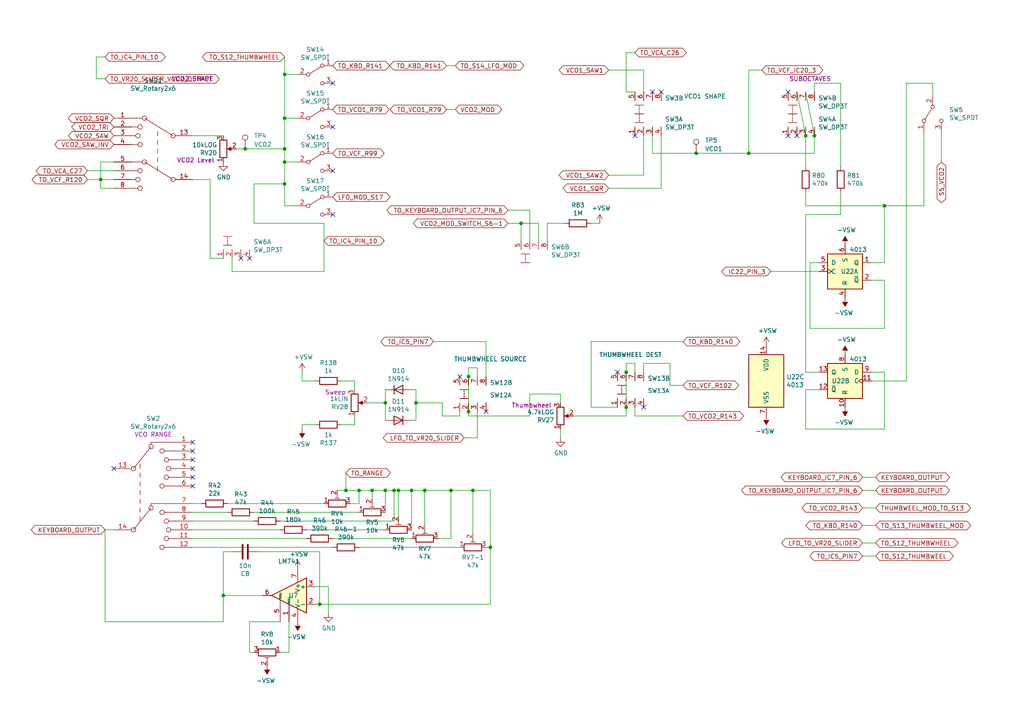
<source format=kicad_sch>
(kicad_sch (version 20230121) (generator eeschema)
  (paper "A4")
  (lib_symbols
    (symbol "4xxx:4013" (pin_names (offset 1.016))
      (property "Reference" "U" (at -7.62 8.89 0))
      (property "Value" "4013" (at -7.62 -8.89 0))
      (symbol "4013_1_1"
        (rectangle (start -5.08 5.08) (end 5.08 -5.08) (stroke (width 0.254)) (fill (type background)))
        (pin output line (at 7.62 2.54 180) (length 2.54) (name "Q") (number "1"))
        (pin output line (at 7.62 -2.54 180) (length 2.54) (name "~{Q}") (number "2"))
        (pin input clock (at -7.62 0 0) (length 2.54) (name "C") (number "3"))
        (pin input line (at 0 -7.62 90) (length 2.54) (name "R") (number "4"))
        (pin input line (at -7.62 2.54 0) (length 2.54) (name "D") (number "5"))
        (pin input line (at 0 7.62 270) (length 2.54) (name "S") (number "6"))
      )
      (symbol "4013_2_1"
        (rectangle (start -5.08 5.08) (end 5.08 -5.08) (stroke (width 0.254)) (fill (type background)))
        (pin input line (at 0 -7.62 90) (length 2.54) (name "R") (number "10"))
        (pin input clock (at -7.62 0 0) (length 2.54) (name "C") (number "11"))
        (pin output line (at 7.62 -2.54 180) (length 2.54) (name "~{Q}") (number "12"))
        (pin output line (at 7.62 2.54 180) (length 2.54) (name "Q") (number "13"))
        (pin input line (at 0 7.62 270) (length 2.54) (name "S") (number "8"))
        (pin input line (at -7.62 2.54 0) (length 2.54) (name "D") (number "9"))
      )
      (symbol "4013_3_0"
        (pin power_in line (at 0 10.16 270) (length 2.54) (name "VDD") (number "14"))
        (pin power_in line (at 0 -10.16 90) (length 2.54) (name "VSS") (number "7"))
      )
      (symbol "4013_3_1"
        (rectangle (start -5.08 7.62) (end 5.08 -7.62) (stroke (width 0.254)) (fill (type background)))
      )
    )
    (symbol "Amplifier_Operational:LM741" (pin_names (offset 0.127))
      (property "Reference" "U" (at 0 6.35 0))
      (property "Value" "LM741" (at 0 3.81 0))
      (symbol "LM741_0_1"
        (polyline (pts (xy -5.08 5.08) (xy 5.08 0) (xy -5.08 -5.08) (xy -5.08 5.08)) (stroke (width 0.254)) (fill (type background)))
      )
      (symbol "LM741_1_1"
        (pin input line (at 0 -7.62 90) (length 5.08) (name "NULL") (number "1"))
        (pin input line (at -7.62 -2.54 0) (length 2.54) (name "-") (number "2"))
        (pin input line (at -7.62 2.54 0) (length 2.54) (name "+") (number "3"))
        (pin power_in line (at -2.54 -7.62 90) (length 3.81) (name "V-") (number "4"))
        (pin input line (at 2.54 -7.62 90) (length 6.35) (name "NULL") (number "5"))
        (pin output line (at 7.62 0 180) (length 2.54) (name "~") (number "6"))
        (pin power_in line (at -2.54 7.62 270) (length 3.81) (name "V+") (number "7"))
        (pin no_connect line (at 0 2.54 270) (length 2.54) hide (name "NC") (number "8"))
      )
    )
    (symbol "Connector:TestPoint" (pin_numbers hide) (pin_names (offset 0.762) hide)
      (property "Reference" "TP" (at 0 6.858 0))
      (property "Value" "TestPoint" (at 0 5.08 0))
      (symbol "TestPoint_0_1"
        (circle (center 0 3.302) (radius 0.762))
      )
      (symbol "TestPoint_1_1"
        (pin passive line (at 0 0 90) (length 2.54) (name "1") (number "1"))
      )
    )
    (symbol "Device:C" (pin_numbers hide) (pin_names (offset 0.254))
      (property "Reference" "C" (at 0.635 2.54 0))
      (property "Value" "C" (at 0.635 -2.54 0))
      (symbol "C_0_1"
        (polyline (pts (xy -2.032 -0.762) (xy 2.032 -0.762)) (stroke (width 0.508)))
        (polyline (pts (xy -2.032 0.762) (xy 2.032 0.762)) (stroke (width 0.508)))
      )
      (symbol "C_1_1"
        (pin passive line (at 0 3.81 270) (length 2.794) (name "~") (number "1"))
        (pin passive line (at 0 -3.81 90) (length 2.794) (name "~") (number "2"))
      )
    )
    (symbol "Device:R" (pin_numbers hide) (pin_names (offset 0))
      (property "Reference" "R" (at 2.032 0 90))
      (property "Value" "R" (at 0 0 90))
      (symbol "R_0_1"
        (rectangle (start -1.016 -2.54) (end 1.016 2.54) (stroke (width 0.254)))
      )
      (symbol "R_1_1"
        (pin passive line (at 0 3.81 270) (length 1.27) (name "~") (number "1"))
        (pin passive line (at 0 -3.81 90) (length 1.27) (name "~") (number "2"))
      )
    )
    (symbol "Device:R_Potentiometer" (pin_names (offset 1.016) hide)
      (property "Reference" "RV" (at -4.445 0 90))
      (property "Value" "R_Potentiometer" (at -2.54 0 90))
      (symbol "R_Potentiometer_0_1"
        (polyline (pts (xy 2.54 0) (xy 1.524 0)))
        (polyline (pts (xy 1.143 0) (xy 2.286 0.508) (xy 2.286 -0.508) (xy 1.143 0)) (fill (type outline)))
        (rectangle (start 1.016 2.54) (end -1.016 -2.54) (stroke (width 0.254)))
      )
      (symbol "R_Potentiometer_1_1"
        (pin passive line (at 0 3.81 270) (length 1.27) (name "1") (number "1"))
        (pin passive line (at 3.81 0 180) (length 1.27) (name "2") (number "2"))
        (pin passive line (at 0 -3.81 90) (length 1.27) (name "3") (number "3"))
      )
    )
    (symbol "Device:R_Potentiometer_Trim" (pin_names (offset 1.016) hide)
      (property "Reference" "RV" (at -4.445 0 90))
      (property "Value" "R_Potentiometer_Trim" (at -2.54 0 90))
      (symbol "R_Potentiometer_Trim_0_1"
        (polyline (pts (xy 1.524 0.762) (xy 1.524 -0.762)))
        (polyline (pts (xy 2.54 0) (xy 1.524 0)))
        (rectangle (start 1.016 2.54) (end -1.016 -2.54) (stroke (width 0.254)))
      )
      (symbol "R_Potentiometer_Trim_1_1"
        (pin passive line (at 0 3.81 270) (length 1.27) (name "1") (number "1"))
        (pin passive line (at 3.81 0 180) (length 1.27) (name "2") (number "2"))
        (pin passive line (at 0 -3.81 90) (length 1.27) (name "3") (number "3"))
      )
    )
    (symbol "Diode:1N914" (pin_numbers hide) (pin_names hide)
      (property "Reference" "D" (at 0 2.54 0))
      (property "Value" "1N914" (at 0 -2.54 0))
      (symbol "1N914_0_1"
        (polyline (pts (xy -1.27 1.27) (xy -1.27 -1.27)) (stroke (width 0.254)))
        (polyline (pts (xy 1.27 0) (xy -1.27 0)))
        (polyline (pts (xy 1.27 1.27) (xy 1.27 -1.27) (xy -1.27 0) (xy 1.27 1.27)) (stroke (width 0.254)))
      )
      (symbol "1N914_1_1"
        (pin passive line (at -3.81 0 0) (length 2.54) (name "K") (number "1"))
        (pin passive line (at 3.81 0 180) (length 2.54) (name "A") (number "2"))
      )
    )
    (symbol "Switch:SW_Rotary2x6" (pin_names (offset 1.016) hide)
      (property "Reference" "SW" (at 0 17.78 0))
      (property "Value" "SW_Rotary2x6" (at 0 -17.78 0))
      (symbol "SW_Rotary2x6_0_0"
        (circle (center -4.445 -10.16) (radius 0.635))
        (circle (center -4.445 7.62) (radius 0.635))
        (polyline (pts (xy -4.445 -10.16) (xy 0.635 -3.81)))
        (polyline (pts (xy -4.445 7.62) (xy 0.635 13.97)))
        (polyline (pts (xy -2.54 -7.62) (xy -2.54 -6.35)))
        (polyline (pts (xy -2.54 -5.08) (xy -2.54 -3.81)))
        (polyline (pts (xy -2.54 -2.54) (xy -2.54 -1.27)))
        (polyline (pts (xy -2.54 0) (xy -2.54 1.27)))
        (polyline (pts (xy -2.54 2.54) (xy -2.54 3.81)))
        (polyline (pts (xy -2.54 5.08) (xy -2.54 6.35)))
        (polyline (pts (xy -2.54 7.62) (xy -2.54 8.89)))
        (polyline (pts (xy 4.445 -5.08) (xy 7.62 -5.08)))
        (polyline (pts (xy 4.445 12.7) (xy 7.62 12.7)))
        (polyline (pts (xy 5.715 -12.7) (xy 7.62 -12.7)))
        (polyline (pts (xy 5.715 -7.62) (xy 7.62 -7.62)))
        (polyline (pts (xy 5.715 5.08) (xy 7.62 5.08)))
        (polyline (pts (xy 5.715 10.16) (xy 7.62 10.16)))
        (polyline (pts (xy 6.35 -10.16) (xy 7.62 -10.16)))
        (polyline (pts (xy 6.35 7.62) (xy 7.62 7.62)))
        (polyline (pts (xy 7.62 -15.24) (xy 4.445 -15.24)))
        (polyline (pts (xy 7.62 2.54) (xy 4.445 2.54)))
        (polyline (pts (xy 0.635 -3.175) (xy 0.635 -2.54) (xy 7.62 -2.54)))
        (polyline (pts (xy 0.635 14.605) (xy 0.635 15.24) (xy 7.62 15.24)))
        (circle (center 0.635 -3.81) (radius 0.635))
        (circle (center 0.635 13.97) (radius 0.635))
        (circle (center 3.81 -15.24) (radius 0.635))
        (circle (center 3.81 -5.08) (radius 0.635))
        (circle (center 3.81 2.54) (radius 0.635))
        (circle (center 3.81 12.7) (radius 0.635))
        (circle (center 5.08 -12.7) (radius 0.635))
        (circle (center 5.08 -7.62) (radius 0.635))
        (circle (center 5.08 5.08) (radius 0.635))
        (circle (center 5.08 10.16) (radius 0.635))
        (circle (center 5.715 -10.16) (radius 0.635))
        (circle (center 5.715 7.62) (radius 0.635))
      )
      (symbol "SW_Rotary2x6_0_1"
        (pin passive line (at 12.7 15.24 180) (length 5.08) (name "1") (number "1"))
        (pin passive line (at 12.7 -10.16 180) (length 5.08) (name "10") (number "10"))
        (pin passive line (at 12.7 -12.7 180) (length 5.08) (name "11") (number "11"))
        (pin passive line (at 12.7 -15.24 180) (length 5.08) (name "12") (number "12"))
        (pin passive line (at -10.16 7.62 0) (length 5.08) (name "13") (number "13"))
        (pin passive line (at -10.16 -10.16 0) (length 5.08) (name "14") (number "14"))
        (pin passive line (at 12.7 12.7 180) (length 5.08) (name "2") (number "2"))
        (pin passive line (at 12.7 10.16 180) (length 5.08) (name "3") (number "3"))
        (pin passive line (at 12.7 7.62 180) (length 5.08) (name "4") (number "4"))
        (pin passive line (at 12.7 5.08 180) (length 5.08) (name "5") (number "5"))
        (pin passive line (at 12.7 2.54 180) (length 5.08) (name "6") (number "6"))
        (pin passive line (at 12.7 -2.54 180) (length 5.08) (name "7") (number "7"))
        (pin passive line (at 12.7 -5.08 180) (length 5.08) (name "8") (number "8"))
        (pin passive line (at 12.7 -7.62 180) (length 5.08) (name "9") (number "9"))
      )
    )
    (symbol "Switch:SW_SPDT" (pin_names (offset 0) hide)
      (property "Reference" "SW" (at 0 4.318 0))
      (property "Value" "SW_SPDT" (at 0 -5.08 0))
      (symbol "SW_SPDT_0_0"
        (circle (center -2.032 0) (radius 0.508))
        (circle (center 2.032 -2.54) (radius 0.508))
      )
      (symbol "SW_SPDT_0_1"
        (polyline (pts (xy -1.524 0.254) (xy 1.651 2.286)))
        (circle (center 2.032 2.54) (radius 0.508))
      )
      (symbol "SW_SPDT_1_1"
        (pin passive line (at 5.08 2.54 180) (length 2.54) (name "A") (number "1"))
        (pin passive line (at -5.08 0 0) (length 2.54) (name "B") (number "2"))
        (pin passive line (at 5.08 -2.54 180) (length 2.54) (name "C") (number "3"))
      )
    )
    (symbol "pe_microsynth:SW_DPTT_SELECTOR-Switch" (pin_names (offset 1.016))
      (property "Reference" "SW" (at 0 0 0))
      (property "Value" "SW_DPTT_SELECTOR-Switch" (at 0 0 0))
      (symbol "SW_DPTT_SELECTOR-Switch_0_1"
        (polyline (pts (xy -3.81 -1.27) (xy -1.27 -1.27)))
        (polyline (pts (xy -3.81 1.27) (xy -1.27 1.27)))
        (polyline (pts (xy -3.81 2.54) (xy -3.81 2.54)))
        (polyline (pts (xy -2.54 -0.508) (xy -2.54 -1.016)))
        (polyline (pts (xy -2.54 0.254) (xy -2.54 -0.254)))
        (polyline (pts (xy -2.54 1.016) (xy -2.54 0.635) (xy -2.54 0.508)))
      )
      (symbol "SW_DPTT_SELECTOR-Switch_1_1"
        (pin bidirectional line (at -3.81 -5.08 90) (length 2.54) (name "~") (number "1"))
        (pin bidirectional line (at -1.27 -5.08 90) (length 2.54) (name "~") (number "2"))
        (pin bidirectional line (at 1.27 -5.08 90) (length 2.54) (name "~") (number "3"))
        (pin bidirectional line (at 3.81 -5.08 90) (length 2.54) (name "~") (number "4"))
      )
      (symbol "SW_DPTT_SELECTOR-Switch_2_1"
        (pin bidirectional line (at -3.81 5.08 270) (length 2.54) (name "~") (number "5"))
        (pin bidirectional line (at -1.27 5.08 270) (length 2.54) (name "~") (number "6"))
        (pin bidirectional line (at 1.27 5.08 270) (length 2.54) (name "~") (number "7"))
        (pin bidirectional line (at 3.81 5.08 270) (length 2.54) (name "~") (number "8"))
      )
    )
    (symbol "pe_microsynth:SW_Rotary2x4" (pin_names (offset 1.016) hide)
      (property "Reference" "SW" (at 0 11.43 0))
      (property "Value" "SW_Rotary2x4" (at 0 -13.97 0))
      (symbol "SW_Rotary2x4_0_0"
        (circle (center -4.445 -8.89) (radius 0.635))
        (circle (center -4.445 3.81) (radius 0.635))
        (polyline (pts (xy -4.445 -8.89) (xy 3.81 -3.81)))
        (polyline (pts (xy -4.445 3.81) (xy 3.81 8.89)))
        (polyline (pts (xy 0 -6.35) (xy 0 -5.08)))
        (polyline (pts (xy 0 -3.81) (xy 0 -2.54)))
        (polyline (pts (xy 0 -1.27) (xy 0 0)))
        (polyline (pts (xy 0 1.27) (xy 0 2.54)))
        (polyline (pts (xy 0 3.81) (xy 0 5.08)))
        (polyline (pts (xy 4.445 -3.81) (xy 7.62 -3.81)))
        (polyline (pts (xy 4.445 8.89) (xy 7.62 8.89)))
        (polyline (pts (xy 5.715 -11.43) (xy 7.62 -11.43)))
        (polyline (pts (xy 5.715 -6.35) (xy 7.62 -6.35)))
        (polyline (pts (xy 5.715 1.27) (xy 7.62 1.27)))
        (polyline (pts (xy 5.715 6.35) (xy 7.62 6.35)))
        (polyline (pts (xy 6.35 -8.89) (xy 7.62 -8.89)))
        (polyline (pts (xy 6.35 3.81) (xy 7.62 3.81)))
        (circle (center 3.81 -3.81) (radius 0.635))
        (circle (center 3.81 8.89) (radius 0.635))
        (circle (center 5.08 -11.43) (radius 0.635))
        (circle (center 5.08 -6.35) (radius 0.635))
        (circle (center 5.08 1.27) (radius 0.635))
        (circle (center 5.08 6.35) (radius 0.635))
        (circle (center 5.715 -8.89) (radius 0.635))
        (circle (center 5.715 3.81) (radius 0.635))
      )
      (symbol "SW_Rotary2x4_0_1"
        (pin passive line (at 12.7 8.89 180) (length 5.08) (name "1") (number "1"))
        (pin passive line (at -10.16 3.81 0) (length 5.08) (name "13") (number "13"))
        (pin passive line (at -10.16 -8.89 0) (length 5.08) (name "14") (number "14"))
        (pin passive line (at 12.7 6.35 180) (length 5.08) (name "2") (number "2"))
        (pin passive line (at 12.7 3.81 180) (length 5.08) (name "3") (number "3"))
        (pin passive line (at 12.7 1.27 180) (length 5.08) (name "4") (number "4"))
        (pin passive line (at 12.7 -3.81 180) (length 5.08) (name "5") (number "5"))
        (pin passive line (at 12.7 -6.35 180) (length 5.08) (name "6") (number "6"))
        (pin passive line (at 12.7 -8.89 180) (length 5.08) (name "7") (number "7"))
        (pin passive line (at 12.7 -11.43 180) (length 5.08) (name "8") (number "8"))
      )
    )
    (symbol "power:+VSW" (power) (pin_names (offset 0))
      (property "Value" "+VSW" (at 0 3.556 0))
      (symbol "+VSW_0_1"
        (polyline (pts (xy -0.762 1.27) (xy 0 2.54)))
        (polyline (pts (xy 0 0) (xy 0 2.54)))
        (polyline (pts (xy 0 2.54) (xy 0.762 1.27)))
      )
      (symbol "+VSW_1_1"
        (pin power_in line (at 0 0 90) (length 0) hide (name "+VSW") (number "1"))
      )
    )
    (symbol "power:-VSW" (power) (pin_names (offset 0))
      (property "Value" "-VSW" (at 0 3.81 0))
      (symbol "-VSW_0_0"
        (pin power_in line (at 0 0 90) (length 0) hide (name "-VSW") (number "1"))
      )
      (symbol "-VSW_0_1"
        (polyline (pts (xy 0 0) (xy 0 1.27) (xy 0.762 1.27) (xy 0 2.54) (xy -0.762 1.27) (xy 0 1.27)) (fill (type outline)))
      )
    )
    (symbol "power:GND" (power) (pin_names (offset 0))
      (property "Value" "GND" (at 0 -3.81 0))
      (symbol "GND_0_1"
        (polyline (pts (xy 0 0) (xy 0 -1.27) (xy 1.27 -1.27) (xy 0 -2.54) (xy -1.27 -1.27) (xy 0 -1.27)))
      )
      (symbol "GND_1_1"
        (pin power_in line (at 0 0 270) (length 0) hide (name "GND") (number "1"))
      )
    )
  )
  (junction (at 111.76 116.84))
  (junction (at 135.89 109.22))
  (junction (at 115.57 142.24))
  (junction (at 151.13 64.77))
  (junction (at 137.16 142.24))
  (junction (at 114.3 142.24))
  (junction (at 92.71 175.26))
  (junction (at 142.24 158.75))
  (junction (at 236.22 39.37))
  (junction (at 123.19 142.24))
  (junction (at 135.89 119.38))
  (junction (at 217.17 44.45))
  (junction (at 71.12 43.18))
  (junction (at 82.55 46.99))
  (junction (at 100.33 142.24))
  (junction (at 82.55 43.18))
  (junction (at 64.77 172.72))
  (junction (at 201.93 44.45))
  (junction (at 233.68 39.37))
  (junction (at 130.81 142.24))
  (junction (at 119.38 142.24))
  (junction (at 82.55 53.34))
  (junction (at 107.95 142.24))
  (junction (at 82.55 34.29))
  (junction (at 29.21 52.07))
  (junction (at 181.61 107.95))
  (junction (at 181.61 118.11))
  (junction (at 111.76 142.24))
  (junction (at 256.54 59.69))
  (junction (at 82.55 21.59))
  (junction (at 120.65 116.84))
  (junction (at 104.14 142.24))
  (no_connect (at 69.85 74.93))
  (no_connect (at 72.39 74.93))
  (no_connect (at 55.88 138.43))
  (no_connect (at 55.88 133.35))
  (no_connect (at 33.02 135.89))
  (no_connect (at 133.35 109.22))
  (no_connect (at 55.88 140.97))
  (no_connect (at 184.15 39.37))
  (no_connect (at 228.6 26.67))
  (no_connect (at 55.88 135.89))
  (no_connect (at 189.23 26.67))
  (no_connect (at 96.52 62.23))
  (no_connect (at 140.97 119.38))
  (no_connect (at 186.69 118.11))
  (no_connect (at 191.77 26.67))
  (no_connect (at 96.52 24.13))
  (no_connect (at 179.07 107.95))
  (no_connect (at 228.6 39.37))
  (no_connect (at 96.52 49.53))
  (no_connect (at 96.52 36.83))
  (no_connect (at 231.14 39.37))
  (no_connect (at 55.88 130.81))
  (no_connect (at 55.88 128.27))
  (wire (pts (xy 58.42 146.05) (xy 55.88 146.05)))
  (wire (pts (xy 133.35 158.75) (xy 104.14 158.75)))
  (wire (pts (xy 120.65 121.92) (xy 119.38 121.92)))
  (wire (pts (xy 217.17 44.45) (xy 236.22 44.45)))
  (wire (pts (xy 138.43 106.68) (xy 138.43 109.22)))
  (wire (pts (xy 250.19 147.32) (xy 254 147.32)))
  (wire (pts (xy 101.6 146.05) (xy 104.14 146.05)))
  (wire (pts (xy 119.38 142.24) (xy 119.38 153.67)))
  (wire (pts (xy 130.81 156.21) (xy 127 156.21)))
  (wire (pts (xy 120.65 116.84) (xy 120.65 121.92)))
  (wire (pts (xy 93.98 146.05) (xy 66.04 146.05)))
  (wire (pts (xy 184.15 15.24) (xy 181.61 15.24)))
  (wire (pts (xy 81.28 153.67) (xy 55.88 153.67)))
  (wire (pts (xy 115.57 142.24) (xy 115.57 149.86)))
  (wire (pts (xy 93.98 78.74) (xy 93.98 64.77)))
  (wire (pts (xy 243.84 55.88) (xy 243.84 62.23)))
  (wire (pts (xy 29.21 54.61) (xy 29.21 52.07)))
  (wire (pts (xy 130.81 142.24) (xy 137.16 142.24)))
  (wire (pts (xy 147.32 64.77) (xy 151.13 64.77)))
  (wire (pts (xy 184.15 120.65) (xy 198.12 120.65)))
  (wire (pts (xy 233.68 113.03) (xy 237.49 113.03)))
  (wire (pts (xy 135.89 109.22) (xy 135.89 106.68)))
  (wire (pts (xy 135.89 106.68) (xy 138.43 106.68)))
  (wire (pts (xy 233.68 48.26) (xy 233.68 39.37)))
  (wire (pts (xy 95.25 170.18) (xy 91.44 170.18)))
  (wire (pts (xy 82.55 43.18) (xy 82.55 46.99)))
  (wire (pts (xy 72.39 189.23) (xy 73.66 189.23)))
  (wire (pts (xy 176.53 54.61) (xy 191.77 54.61)))
  (wire (pts (xy 104.14 142.24) (xy 104.14 146.05)))
  (wire (pts (xy 73.66 64.77) (xy 73.66 53.34)))
  (wire (pts (xy 87.63 123.19) (xy 91.44 123.19)))
  (wire (pts (xy 181.61 120.65) (xy 166.37 120.65)))
  (wire (pts (xy 91.44 175.26) (xy 92.71 175.26)))
  (wire (pts (xy 194.31 111.76) (xy 198.12 111.76)))
  (wire (pts (xy 236.22 44.45) (xy 236.22 39.37)))
  (wire (pts (xy 72.39 180.34) (xy 72.39 189.23)))
  (wire (pts (xy 254 138.43) (xy 250.19 138.43)))
  (wire (pts (xy 184.15 118.11) (xy 184.15 120.65)))
  (wire (pts (xy 67.31 160.02) (xy 64.77 160.02)))
  (wire (pts (xy 111.76 116.84) (xy 111.76 121.92)))
  (wire (pts (xy 87.63 110.49) (xy 87.63 107.95)))
  (wire (pts (xy 201.93 44.45) (xy 217.17 44.45)))
  (wire (pts (xy 73.66 53.34) (xy 82.55 53.34)))
  (wire (pts (xy 234.95 76.2) (xy 237.49 76.2)))
  (wire (pts (xy 173.99 64.77) (xy 171.45 64.77)))
  (wire (pts (xy 153.67 120.65) (xy 153.67 114.3)))
  (wire (pts (xy 123.19 142.24) (xy 119.38 142.24)))
  (wire (pts (xy 186.69 107.95) (xy 186.69 105.41)))
  (wire (pts (xy 130.81 156.21) (xy 130.81 142.24)))
  (wire (pts (xy 29.21 52.07) (xy 29.21 46.99)))
  (wire (pts (xy 30.48 180.34) (xy 64.77 180.34)))
  (wire (pts (xy 233.68 62.23) (xy 233.68 107.95)))
  (wire (pts (xy 254 142.24) (xy 250.19 142.24)))
  (wire (pts (xy 267.97 59.69) (xy 256.54 59.69)))
  (wire (pts (xy 256.54 95.25) (xy 234.95 95.25)))
  (wire (pts (xy 243.84 24.13) (xy 243.84 48.26)))
  (wire (pts (xy 252.73 81.28) (xy 256.54 81.28)))
  (wire (pts (xy 73.66 151.13) (xy 55.88 151.13)))
  (wire (pts (xy 252.73 107.95) (xy 256.54 107.95)))
  (wire (pts (xy 102.87 123.19) (xy 99.06 123.19)))
  (wire (pts (xy 95.25 177.8) (xy 95.25 170.18)))
  (wire (pts (xy 104.14 142.24) (xy 107.95 142.24)))
  (wire (pts (xy 142.24 142.24) (xy 142.24 158.75)))
  (wire (pts (xy 100.33 142.24) (xy 104.14 142.24)))
  (wire (pts (xy 254 161.29) (xy 250.19 161.29)))
  (wire (pts (xy 233.68 124.46) (xy 233.68 113.03)))
  (wire (pts (xy 111.76 116.84) (xy 111.76 113.03)))
  (wire (pts (xy 233.68 59.69) (xy 233.68 55.88)))
  (wire (pts (xy 236.22 39.37) (xy 233.68 26.67)))
  (wire (pts (xy 81.28 180.34) (xy 72.39 180.34)))
  (wire (pts (xy 114.3 151.13) (xy 114.3 142.24)))
  (wire (pts (xy 60.96 74.93) (xy 64.77 74.93)))
  (wire (pts (xy 233.68 107.95) (xy 237.49 107.95)))
  (wire (pts (xy 81.28 189.23) (xy 83.82 189.23)))
  (wire (pts (xy 256.54 76.2) (xy 252.73 76.2)))
  (wire (pts (xy 153.67 114.3) (xy 162.56 114.3)))
  (wire (pts (xy 64.77 39.37) (xy 55.88 39.37)))
  (wire (pts (xy 102.87 110.49) (xy 102.87 113.03)))
  (wire (pts (xy 140.97 109.22) (xy 140.97 99.06)))
  (wire (pts (xy 181.61 107.95) (xy 181.61 105.41)))
  (wire (pts (xy 163.83 64.77) (xy 158.75 64.77)))
  (wire (pts (xy 135.89 120.65) (xy 153.67 120.65)))
  (wire (pts (xy 176.53 50.8) (xy 186.69 50.8)))
  (wire (pts (xy 162.56 114.3) (xy 162.56 116.84)))
  (wire (pts (xy 256.54 59.69) (xy 233.68 59.69)))
  (wire (pts (xy 81.28 151.13) (xy 114.3 151.13)))
  (wire (pts (xy 138.43 127) (xy 134.62 127)))
  (wire (pts (xy 82.55 34.29) (xy 86.36 34.29)))
  (wire (pts (xy 86.36 21.59) (xy 82.55 21.59)))
  (wire (pts (xy 55.88 156.21) (xy 88.9 156.21)))
  (wire (pts (xy 27.94 16.51) (xy 30.48 16.51)))
  (wire (pts (xy 189.23 39.37) (xy 189.23 44.45)))
  (wire (pts (xy 189.23 44.45) (xy 201.93 44.45)))
  (wire (pts (xy 186.69 20.32) (xy 186.69 26.67)))
  (wire (pts (xy 191.77 54.61) (xy 191.77 39.37)))
  (wire (pts (xy 137.16 142.24) (xy 142.24 142.24)))
  (wire (pts (xy 142.24 158.75) (xy 142.24 175.26)))
  (wire (pts (xy 252.73 110.49) (xy 262.89 110.49)))
  (wire (pts (xy 132.08 31.75) (xy 129.54 31.75)))
  (wire (pts (xy 33.02 54.61) (xy 29.21 54.61)))
  (wire (pts (xy 82.55 21.59) (xy 82.55 34.29)))
  (wire (pts (xy 107.95 142.24) (xy 107.95 144.78)))
  (wire (pts (xy 87.63 124.46) (xy 87.63 123.19)))
  (wire (pts (xy 27.94 22.86) (xy 27.94 16.51)))
  (wire (pts (xy 243.84 62.23) (xy 233.68 62.23)))
  (wire (pts (xy 256.54 81.28) (xy 256.54 95.25)))
  (wire (pts (xy 64.77 180.34) (xy 64.77 172.72)))
  (wire (pts (xy 181.61 15.24) (xy 181.61 26.67)))
  (wire (pts (xy 262.89 24.13) (xy 270.51 24.13)))
  (wire (pts (xy 217.17 20.32) (xy 217.17 44.45)))
  (wire (pts (xy 64.77 172.72) (xy 76.2 172.72)))
  (wire (pts (xy 120.65 113.03) (xy 119.38 113.03)))
  (wire (pts (xy 25.4 49.53) (xy 33.02 49.53)))
  (wire (pts (xy 267.97 38.1) (xy 267.97 59.69)))
  (wire (pts (xy 111.76 142.24) (xy 114.3 142.24)))
  (wire (pts (xy 102.87 120.65) (xy 102.87 123.19)))
  (wire (pts (xy 181.61 26.67) (xy 184.15 26.67)))
  (wire (pts (xy 99.06 110.49) (xy 102.87 110.49)))
  (wire (pts (xy 92.71 175.26) (xy 142.24 175.26)))
  (wire (pts (xy 64.77 160.02) (xy 64.77 172.72)))
  (wire (pts (xy 104.14 148.59) (xy 73.66 148.59)))
  (wire (pts (xy 67.31 78.74) (xy 93.98 78.74)))
  (wire (pts (xy 198.12 99.06) (xy 171.45 99.06)))
  (wire (pts (xy 137.16 154.94) (xy 137.16 142.24)))
  (wire (pts (xy 171.45 99.06) (xy 171.45 118.11)))
  (wire (pts (xy 119.38 156.21) (xy 96.52 156.21)))
  (wire (pts (xy 83.82 189.23) (xy 83.82 180.34)))
  (wire (pts (xy 55.88 148.59) (xy 66.04 148.59)))
  (wire (pts (xy 111.76 153.67) (xy 88.9 153.67)))
  (wire (pts (xy 184.15 105.41) (xy 184.15 107.95)))
  (wire (pts (xy 111.76 142.24) (xy 107.95 142.24)))
  (wire (pts (xy 133.35 120.65) (xy 128.27 120.65)))
  (wire (pts (xy 158.75 64.77) (xy 158.75 69.85)))
  (wire (pts (xy 162.56 127) (xy 162.56 124.46)))
  (wire (pts (xy 156.21 69.85) (xy 156.21 64.77)))
  (wire (pts (xy 234.95 95.25) (xy 234.95 76.2)))
  (wire (pts (xy 82.55 16.51) (xy 82.55 21.59)))
  (wire (pts (xy 67.31 74.93) (xy 67.31 78.74)))
  (wire (pts (xy 181.61 118.11) (xy 181.61 120.65)))
  (wire (pts (xy 153.67 60.96) (xy 153.67 69.85)))
  (wire (pts (xy 123.19 142.24) (xy 123.19 152.4)))
  (wire (pts (xy 91.44 110.49) (xy 87.63 110.49)))
  (wire (pts (xy 140.97 99.06) (xy 125.73 99.06)))
  (wire (pts (xy 30.48 153.67) (xy 30.48 180.34)))
  (wire (pts (xy 30.48 22.86) (xy 27.94 22.86)))
  (wire (pts (xy 220.98 20.32) (xy 217.17 20.32)))
  (wire (pts (xy 74.93 160.02) (xy 92.71 160.02)))
  (wire (pts (xy 119.38 142.24) (xy 115.57 142.24)))
  (wire (pts (xy 68.58 43.18) (xy 71.12 43.18)))
  (wire (pts (xy 82.55 46.99) (xy 82.55 53.34)))
  (wire (pts (xy 256.54 107.95) (xy 256.54 124.46)))
  (wire (pts (xy 186.69 50.8) (xy 186.69 39.37)))
  (wire (pts (xy 237.49 78.74) (xy 223.52 78.74)))
  (wire (pts (xy 135.89 119.38) (xy 135.89 120.65)))
  (wire (pts (xy 132.08 19.05) (xy 129.54 19.05)))
  (wire (pts (xy 92.71 175.26) (xy 92.71 160.02)))
  (wire (pts (xy 60.96 52.07) (xy 60.96 74.93)))
  (wire (pts (xy 236.22 24.13) (xy 243.84 24.13)))
  (wire (pts (xy 128.27 116.84) (xy 120.65 116.84)))
  (wire (pts (xy 111.76 142.24) (xy 111.76 148.59)))
  (wire (pts (xy 156.21 64.77) (xy 151.13 64.77)))
  (wire (pts (xy 71.12 43.18) (xy 82.55 43.18)))
  (wire (pts (xy 138.43 119.38) (xy 138.43 127)))
  (wire (pts (xy 96.52 158.75) (xy 55.88 158.75)))
  (wire (pts (xy 236.22 26.67) (xy 236.22 24.13)))
  (wire (pts (xy 270.51 24.13) (xy 270.51 27.94)))
  (wire (pts (xy 29.21 46.99) (xy 33.02 46.99)))
  (wire (pts (xy 233.68 39.37) (xy 231.14 26.67)))
  (wire (pts (xy 128.27 120.65) (xy 128.27 116.84)))
  (wire (pts (xy 30.48 153.67) (xy 33.02 153.67)))
  (wire (pts (xy 82.55 34.29) (xy 82.55 43.18)))
  (wire (pts (xy 135.89 109.22) (xy 135.89 119.38)))
  (wire (pts (xy 123.19 142.24) (xy 130.81 142.24)))
  (wire (pts (xy 262.89 110.49) (xy 262.89 24.13)))
  (wire (pts (xy 186.69 105.41) (xy 194.31 105.41)))
  (wire (pts (xy 120.65 113.03) (xy 120.65 116.84)))
  (wire (pts (xy 55.88 52.07) (xy 60.96 52.07)))
  (wire (pts (xy 29.21 52.07) (xy 33.02 52.07)))
  (wire (pts (xy 25.4 52.07) (xy 29.21 52.07)))
  (wire (pts (xy 176.53 20.32) (xy 186.69 20.32)))
  (wire (pts (xy 140.97 158.75) (xy 142.24 158.75)))
  (wire (pts (xy 171.45 118.11) (xy 179.07 118.11)))
  (wire (pts (xy 254 157.48) (xy 250.19 157.48)))
  (wire (pts (xy 181.61 105.41) (xy 184.15 105.41)))
  (wire (pts (xy 106.68 116.84) (xy 111.76 116.84)))
  (wire (pts (xy 256.54 59.69) (xy 256.54 76.2)))
  (wire (pts (xy 82.55 53.34) (xy 82.55 59.69)))
  (wire (pts (xy 254 152.4) (xy 250.19 152.4)))
  (wire (pts (xy 133.35 119.38) (xy 133.35 120.65)))
  (wire (pts (xy 100.33 137.16) (xy 100.33 142.24)))
  (wire (pts (xy 256.54 124.46) (xy 233.68 124.46)))
  (wire (pts (xy 151.13 64.77) (xy 151.13 69.85)))
  (wire (pts (xy 82.55 59.69) (xy 86.36 59.69)))
  (wire (pts (xy 194.31 105.41) (xy 194.31 111.76)))
  (wire (pts (xy 97.79 142.24) (xy 100.33 142.24)))
  (wire (pts (xy 181.61 107.95) (xy 181.61 118.11)))
  (wire (pts (xy 93.98 64.77) (xy 73.66 64.77)))
  (wire (pts (xy 114.3 142.24) (xy 115.57 142.24)))
  (wire (pts (xy 82.55 46.99) (xy 86.36 46.99)))
  (wire (pts (xy 147.32 60.96) (xy 153.67 60.96)))
  (wire (pts (xy 273.05 46.99) (xy 273.05 38.1)))
  (global_label "TO_IC4_PIN_10" (shape bidirectional) (at 93.98 69.85 0) (property "Intersheetrefs" "${INTERSHEET_REFS}" (effects hide)))
  (global_label "VCO2_MOD" (shape bidirectional) (at 132.08 31.75 0) (property "Intersheetrefs" "${INTERSHEET_REFS}" (effects hide)))
  (global_label "TO_S14_LFO_MOD" (shape bidirectional) (at 132.08 19.05 0) (property "Intersheetrefs" "${INTERSHEET_REFS}" (effects hide)))
  (global_label "VCO1_SAW2" (shape bidirectional) (at 176.53 50.8 180) (property "Intersheetrefs" "${INTERSHEET_REFS}" (effects hide)))
  (global_label "TO_VCF_IC20_3" (shape bidirectional) (at 220.98 20.32 0) (property "Intersheetrefs" "${INTERSHEET_REFS}" (effects hide)))
  (global_label "TO_VCO2_R143" (shape bidirectional) (at 198.12 120.65 0) (property "Intersheetrefs" "${INTERSHEET_REFS}" (effects hide)))
  (global_label "TO_S12_THUMBWHEEL" (shape bidirectional) (at 254 157.48 0) (property "Intersheetrefs" "${INTERSHEET_REFS}" (effects hide)))
  (global_label "TO_VCF_R102" (shape bidirectional) (at 198.12 111.76 0) (property "Intersheetrefs" "${INTERSHEET_REFS}" (effects hide)))
  (global_label "TO_KEYBOARD_OUTPUT_IC7_PIN_6" (shape bidirectional) (at 250.19 142.24 180) (property "Intersheetrefs" "${INTERSHEET_REFS}" (effects hide)))
  (global_label "VCO2_SQR" (shape bidirectional) (at 33.02 34.29 180) (property "Intersheetrefs" "${INTERSHEET_REFS}" (effects hide)))
  (global_label "THUMBWEEL_MOD_TO_S13" (shape bidirectional) (at 254 147.32 0) (property "Intersheetrefs" "${INTERSHEET_REFS}" (effects hide)))
  (global_label "TO_VCF_R120" (shape bidirectional) (at 25.4 52.07 180) (property "Intersheetrefs" "${INTERSHEET_REFS}" (effects hide)))
  (global_label "TO_VCF_R99" (shape bidirectional) (at 96.52 44.45 0) (property "Intersheetrefs" "${INTERSHEET_REFS}" (effects hide)))
  (global_label "TO_KBD_R141" (shape bidirectional) (at 96.52 19.05 0) (property "Intersheetrefs" "${INTERSHEET_REFS}" (effects hide)))
  (global_label "TO_KBD_R141" (shape bidirectional) (at 129.54 19.05 180) (property "Intersheetrefs" "${INTERSHEET_REFS}" (effects hide)))
  (global_label "TO_VR20_SLIDER_VCO2_OUTPUT" (shape bidirectional) (at 30.48 22.86 0) (property "Intersheetrefs" "${INTERSHEET_REFS}" (effects hide)))
  (global_label "TO_VCO1_R79" (shape bidirectional) (at 129.54 31.75 180) (property "Intersheetrefs" "${INTERSHEET_REFS}" (effects hide)))
  (global_label "TO_VCO2_R143" (shape bidirectional) (at 250.19 147.32 180) (property "Intersheetrefs" "${INTERSHEET_REFS}" (effects hide)))
  (global_label "TO_S13_THUMBWEEL_MOD" (shape bidirectional) (at 254 152.4 0) (property "Intersheetrefs" "${INTERSHEET_REFS}" (effects hide)))
  (global_label "TO_KEYBOARD_OUTPUT_IC7_PIN_6" (shape bidirectional) (at 147.32 60.96 180) (property "Intersheetrefs" "${INTERSHEET_REFS}" (effects hide)))
  (global_label "VCO1_SQR" (shape bidirectional) (at 176.53 54.61 180) (property "Intersheetrefs" "${INTERSHEET_REFS}" (effects hide)))
  (global_label "TO_VCA_C26" (shape bidirectional) (at 184.15 15.24 0) (property "Intersheetrefs" "${INTERSHEET_REFS}" (effects hide)))
  (global_label "TO_VCO1_R79" (shape bidirectional) (at 96.52 31.75 0) (property "Intersheetrefs" "${INTERSHEET_REFS}" (effects hide)))
  (global_label "KEYBOARD_OUTPUT" (shape bidirectional) (at 254 142.24 0) (property "Intersheetrefs" "${INTERSHEET_REFS}" (effects hide)))
  (global_label "KEYBOARD_IC7_PIN_6" (shape bidirectional) (at 250.19 138.43 180) (property "Intersheetrefs" "${INTERSHEET_REFS}" (effects hide)))
  (global_label "S5_VCO2" (shape bidirectional) (at 273.05 46.99 270) (property "Intersheetrefs" "${INTERSHEET_REFS}" (effects hide)))
  (global_label "TO_VCA_C27" (shape bidirectional) (at 25.4 49.53 180) (property "Intersheetrefs" "${INTERSHEET_REFS}" (effects hide)))
  (global_label "TO_IC5_PIN7" (shape bidirectional) (at 125.73 99.06 180) (property "Intersheetrefs" "${INTERSHEET_REFS}" (effects hide)))
  (global_label "IC22_PIN_3" (shape bidirectional) (at 223.52 78.74 180) (property "Intersheetrefs" "${INTERSHEET_REFS}" (effects hide)))
  (global_label "VCO1_SAW1" (shape bidirectional) (at 176.53 20.32 180) (property "Intersheetrefs" "${INTERSHEET_REFS}" (effects hide)))
  (global_label "TO_S12_THUMBWHEEL" (shape bidirectional) (at 82.55 16.51 180) (property "Intersheetrefs" "${INTERSHEET_REFS}" (effects hide)))
  (global_label "VCO2_SAW_INV" (shape bidirectional) (at 33.02 41.91 180) (property "Intersheetrefs" "${INTERSHEET_REFS}" (effects hide)))
  (global_label "LFO_TO_VR20_SLIDER" (shape bidirectional) (at 134.62 127 180) (property "Intersheetrefs" "${INTERSHEET_REFS}" (effects hide)))
  (global_label "TO_IC5_PIN7" (shape bidirectional) (at 250.19 161.29 180) (property "Intersheetrefs" "${INTERSHEET_REFS}" (effects hide)))
  (global_label "TO_RANGE" (shape bidirectional) (at 100.33 137.16 0) (property "Intersheetrefs" "${INTERSHEET_REFS}" (effects hide)))
  (global_label "TO_KBD_R140" (shape bidirectional) (at 198.12 99.06 0) (property "Intersheetrefs" "${INTERSHEET_REFS}" (effects hide)))
  (global_label "KEYBOARD_OUTPUT" (shape bidirectional) (at 30.48 153.67 180) (property "Intersheetrefs" "${INTERSHEET_REFS}" (effects hide)))
  (global_label "VCO2_TRI" (shape bidirectional) (at 33.02 36.83 180) (property "Intersheetrefs" "${INTERSHEET_REFS}" (effects hide)))
  (global_label "VCO2_SAW" (shape bidirectional) (at 33.02 39.37 180) (property "Intersheetrefs" "${INTERSHEET_REFS}" (effects hide)))
  (global_label "LFO_TO_VR20_SLIDER" (shape bidirectional) (at 250.19 157.48 180) (property "Intersheetrefs" "${INTERSHEET_REFS}" (effects hide)))
  (global_label "LFO_MOD_S17" (shape bidirectional) (at 96.52 57.15 0) (property "Intersheetrefs" "${INTERSHEET_REFS}" (effects hide)))
  (global_label "TO_S12_THUMBWEEL" (shape bidirectional) (at 254 161.29 0) (property "Intersheetrefs" "${INTERSHEET_REFS}" (effects hide)))
  (global_label "TO_IC4_PIN_10" (shape bidirectional) (at 30.48 16.51 0) (property "Intersheetrefs" "${INTERSHEET_REFS}" (effects hide)))
  (global_label "KEYBOARD_OUTPUT" (shape bidirectional) (at 254 138.43 0) (property "Intersheetrefs" "${INTERSHEET_REFS}" (effects hide)))
  (global_label "TO_KBD_R140" (shape bidirectional) (at 250.19 152.4 180) (property "Intersheetrefs" "${INTERSHEET_REFS}" (effects hide)))
  (global_label "VCO2_MOD_SWITCH_S6-1" (shape bidirectional) (at 147.32 64.77 180) (property "Intersheetrefs" "${INTERSHEET_REFS}" (effects hide)))
  (symbol (lib_id "pe_microsynth:SW_Rotary2x4") (at 45.72 43.18 0) (mirror y) (unit 1)
    (property "Reference" "SW21" (at 44.45 23.3426 0))
    (property "Value" "SW_Rotary2x6" (at 44.45 25.654 0))
    (property "Footprint" "microsynth:SR2511F-0204-(L)K0A-C9-S-3" (effects hide))
    (property "Datasheet" "https://www.taydaelectronics.com/datasheets/A-1891.pdf" (effects hide))
    (property "Label" "VCO2_SHAPE" (at 55.88 22.86 0))
  )
  (symbol (lib_id "Switch:SW_Rotary2x6") (at 43.18 143.51 0) (unit 1)
    (property "Reference" "SW2" (at 44.45 121.3866 0))
    (property "Value" "SW_Rotary2x6" (at 44.45 123.698 0))
    (property "Footprint" "microsynth:SR2511F-0206-(L)K0A-C9-S-3" (effects hide))
    (property "Datasheet" "https://www.tme.eu/Document/ecc8d6706892f543e4658b0fb9f5b772/sr261112.pdf" (effects hide))
    (property "Label" "VCO RANGE" (at 44.45 126.0094 0))
    (property "Product#" "SR26NS1-2-6-M10-38R6" (effects hide))
  )
  (symbol (lib_id "Device:R_Potentiometer") (at 64.77 43.18 0) (mirror x) (unit 1)
    (property "Reference" "RV20" (at 62.992 44.3484 0) (effects (justify right)))
    (property "Value" "10kLOG" (at 62.992 42.037 0) (effects (justify right)))
    (property "Footprint" "microsynth:Pot_16mm_NoDet_RV16AF-4A" (effects hide))
    (property "Label" "VCO2 Level" (at 62.23 45.72 0) (effects (justify right bottom)))
  )
  (symbol (lib_id "power:GND") (at 64.77 46.99 0) (unit 1)
    (property "Reference" "#PWR0186" (effects hide))
    (property "Value" "GND" (at 64.897 51.3842 0))
  )
  (symbol (lib_id "Switch:SW_SPDT") (at 91.44 21.59 0) (unit 1)
    (property "Reference" "SW14" (at 91.44 14.351 0))
    (property "Value" "SW_SPDT" (at 91.44 16.6624 0))
    (property "Footprint" "microsynth:11-SS-22-701C" (effects hide))
  )
  (symbol (lib_id "Switch:SW_SPDT") (at 91.44 34.29 0) (unit 1)
    (property "Reference" "SW15" (at 91.44 27.051 0))
    (property "Value" "SW_SPDT" (at 91.44 29.3624 0))
    (property "Footprint" "microsynth:11-SS-22-701C" (effects hide))
  )
  (symbol (lib_id "Switch:SW_SPDT") (at 91.44 46.99 0) (unit 1)
    (property "Reference" "SW16" (at 91.44 39.751 0))
    (property "Value" "SW_SPDT" (at 91.44 42.0624 0))
    (property "Footprint" "microsynth:11-SS-22-701C" (effects hide))
  )
  (symbol (lib_id "Switch:SW_SPDT") (at 91.44 59.69 0) (unit 1)
    (property "Reference" "SW17" (at 91.44 52.451 0))
    (property "Value" "SW_SPDT" (at 91.44 54.7624 0))
    (property "Footprint" "microsynth:11-SS-22-701C" (effects hide))
  )
  (symbol (lib_id "pe_microsynth:SW_DPTT_SELECTOR-Switch") (at 68.58 69.85 0) (unit 1)
    (property "Reference" "SW6" (at 73.5076 70.1548 0) (effects (justify left)))
    (property "Value" "SW_DP3T" (at 73.5076 72.4662 0) (effects (justify left)))
    (property "Footprint" "microsynth:11-SS-23-832C" (effects hide))
  )
  (symbol (lib_id "pe_microsynth:SW_DPTT_SELECTOR-Switch") (at 154.94 74.93 0) (unit 2)
    (property "Reference" "SW6" (at 159.8676 71.6534 0) (effects (justify left)))
    (property "Value" "SW_DP3T" (at 159.8676 73.9648 0) (effects (justify left)))
    (property "Footprint" "microsynth:11-SS-23-832C" (effects hide))
  )
  (symbol (lib_id "Device:R") (at 167.64 64.77 270) (unit 1)
    (property "Reference" "R83" (at 167.64 59.5122 90))
    (property "Value" "1M" (at 167.64 61.8236 90))
    (property "Footprint" "Resistor_THT:R_Axial_DIN0207_L6.3mm_D2.5mm_P10.16mm_Horizontal" (effects hide))
  )
  (symbol (lib_id "power:+VSW") (at 173.99 64.77 0) (unit 1)
    (property "Reference" "#PWR0175" (effects hide))
    (property "Value" "+VSW" (at 174.371 60.3758 0))
  )
  (symbol (lib_id "pe_microsynth:SW_DPTT_SELECTOR-Switch") (at 187.96 34.29 0) (unit 1)
    (property "Reference" "SW3" (at 192.8876 34.5948 0) (effects (justify left)))
    (property "Value" "SW_DP3T" (at 192.8876 36.9062 0) (effects (justify left)))
    (property "Footprint" "microsynth:11-SS-23-832C" (effects hide))
  )
  (symbol (lib_id "pe_microsynth:SW_DPTT_SELECTOR-Switch") (at 187.96 31.75 0) (unit 2)
    (property "Reference" "SW3" (at 192.8876 28.4734 0) (effects (justify left)))
    (property "Value" "SW_DP3T" (at 192.8876 30.7848 0) (effects (justify left)))
    (property "Footprint" "microsynth:11-SS-23-832C" (effects hide))
    (property "Value" "VCO1 SHAPE" (at 204.47 27.94 0))
  )
  (symbol (lib_id "pe_microsynth:SW_DPTT_SELECTOR-Switch") (at 232.41 34.29 0) (unit 1)
    (property "Reference" "SW4" (at 237.3376 34.5948 0) (effects (justify left)))
    (property "Value" "SW_DP3T" (at 237.3376 36.9062 0) (effects (justify left)))
    (property "Footprint" "microsynth:11-SS-23-832C" (effects hide))
  )
  (symbol (lib_id "pe_microsynth:SW_DPTT_SELECTOR-Switch") (at 232.41 31.75 0) (unit 2)
    (property "Reference" "SW4" (at 237.3376 28.4734 0) (effects (justify left)))
    (property "Value" "SW_DP3T" (at 237.3376 30.7848 0) (effects (justify left)))
    (property "Footprint" "microsynth:11-SS-23-832C" (effects hide))
    (property "Label" "SUBOCTAVES" (at 234.95 22.86 0))
  )
  (symbol (lib_id "Switch:SW_SPDT") (at 270.51 33.02 90) (mirror x) (unit 1)
    (property "Reference" "SW5" (at 275.2852 31.8516 90) (effects (justify right)))
    (property "Value" "SW_SPDT" (at 275.2852 34.163 90) (effects (justify right)))
    (property "Footprint" "microsynth:11-SS-22-701C" (effects hide))
  )
  (symbol (lib_id "Device:R") (at 233.68 52.07 0) (unit 1)
    (property "Reference" "R80" (at 235.458 50.9016 0) (effects (justify left)))
    (property "Value" "470k" (at 235.458 53.213 0) (effects (justify left)))
    (property "Footprint" "Resistor_THT:R_Axial_DIN0207_L6.3mm_D2.5mm_P10.16mm_Horizontal" (effects hide))
  )
  (symbol (lib_id "Device:R") (at 243.84 52.07 0) (unit 1)
    (property "Reference" "R81" (at 245.618 50.9016 0) (effects (justify left)))
    (property "Value" "470k" (at 245.618 53.213 0) (effects (justify left)))
    (property "Footprint" "Resistor_THT:R_Axial_DIN0207_L6.3mm_D2.5mm_P10.16mm_Horizontal" (effects hide))
  )
  (symbol (lib_id "4xxx:4013") (at 245.11 78.74 0) (unit 1)
    (property "Reference" "U22" (at 246.38 78.74 0))
    (property "Value" "4013" (at 248.92 72.39 0))
    (property "Footprint" "Package_DIP:DIP-14_W7.62mm_LongPads" (effects hide))
    (property "Datasheet" "http://www.onsemi.com/pub/Collateral/MC14013B-D.PDF" (effects hide))
  )
  (symbol (lib_id "4xxx:4013") (at 245.11 110.49 0) (mirror y) (unit 2)
    (property "Reference" "U22" (at 243.84 110.49 0))
    (property "Value" "4013" (at 248.92 104.14 0))
    (property "Footprint" "Package_DIP:DIP-14_W7.62mm_LongPads" (effects hide))
    (property "Datasheet" "http://www.onsemi.com/pub/Collateral/MC14013B-D.PDF" (effects hide))
  )
  (symbol (lib_id "4xxx:4013") (at 222.25 110.49 0) (unit 3)
    (property "Reference" "U22" (at 228.092 109.3216 0) (effects (justify left)))
    (property "Value" "4013" (at 228.092 111.633 0) (effects (justify left)))
    (property "Footprint" "Package_DIP:DIP-14_W7.62mm_LongPads" (effects hide))
    (property "Datasheet" "http://www.onsemi.com/pub/Collateral/MC14013B-D.PDF" (effects hide))
  )
  (symbol (lib_id "power:+VSW") (at 222.25 100.33 0) (unit 1)
    (property "Reference" "#PWR0176" (effects hide))
    (property "Value" "+VSW" (at 222.631 95.9358 0))
  )
  (symbol (lib_id "power:-VSW") (at 222.25 120.65 180) (unit 1)
    (property "Reference" "#PWR0177" (effects hide))
    (property "Value" "-VSW" (at 221.869 125.0442 0))
  )
  (symbol (lib_id "power:-VSW") (at 245.11 118.11 180) (unit 1)
    (property "Reference" "#PWR0178" (effects hide))
    (property "Value" "-VSW" (at 244.729 122.5042 0))
  )
  (symbol (lib_id "power:-VSW") (at 245.11 102.87 0) (unit 1)
    (property "Reference" "#PWR0179" (effects hide))
    (property "Value" "-VSW" (at 245.491 98.4758 0))
  )
  (symbol (lib_id "power:-VSW") (at 245.11 86.36 180) (unit 1)
    (property "Reference" "#PWR0180" (effects hide))
    (property "Value" "-VSW" (at 244.729 90.7542 0))
  )
  (symbol (lib_id "power:-VSW") (at 245.11 71.12 0) (unit 1)
    (property "Reference" "#PWR0181" (effects hide))
    (property "Value" "-VSW" (at 245.491 66.7258 0))
  )
  (symbol (lib_id "Device:R") (at 62.23 146.05 270) (unit 1)
    (property "Reference" "R42" (at 62.23 140.7922 90))
    (property "Value" "22k" (at 62.23 143.1036 90))
    (property "Footprint" "Resistor_THT:R_Axial_DIN0207_L6.3mm_D2.5mm_P10.16mm_Horizontal" (effects hide))
  )
  (symbol (lib_id "Device:R") (at 69.85 148.59 270) (unit 1)
    (property "Reference" "R43" (at 69.85 143.3322 90))
    (property "Value" "47k" (at 69.85 145.6436 90))
    (property "Footprint" "Resistor_THT:R_Axial_DIN0207_L6.3mm_D2.5mm_P10.16mm_Horizontal" (effects hide))
  )
  (symbol (lib_id "Device:R") (at 77.47 151.13 270) (unit 1)
    (property "Reference" "R44" (at 77.47 145.8722 90))
    (property "Value" "100k" (at 77.47 148.1836 90))
    (property "Footprint" "Resistor_THT:R_Axial_DIN0207_L6.3mm_D2.5mm_P10.16mm_Horizontal" (effects hide))
  )
  (symbol (lib_id "Device:R") (at 85.09 153.67 270) (unit 1)
    (property "Reference" "R45" (at 85.09 148.4122 90))
    (property "Value" "180k" (at 85.09 150.7236 90))
    (property "Footprint" "Resistor_THT:R_Axial_DIN0207_L6.3mm_D2.5mm_P10.16mm_Horizontal" (effects hide))
  )
  (symbol (lib_id "Device:R") (at 92.71 156.21 90) (unit 1)
    (property "Reference" "R46" (at 92.71 150.9522 90))
    (property "Value" "390k" (at 92.71 153.2636 90))
    (property "Footprint" "Resistor_THT:R_Axial_DIN0207_L6.3mm_D2.5mm_P10.16mm_Horizontal" (effects hide))
  )
  (symbol (lib_id "Device:R_Potentiometer_Trim") (at 97.79 146.05 90) (unit 1)
    (property "Reference" "RV4" (at 97.79 148.971 90))
    (property "Value" "10k" (at 97.79 151.2824 90))
    (property "Footprint" "Potentiometer_THT:Potentiometer_Bourns_3296W_Vertical" (effects hide))
  )
  (symbol (lib_id "Device:R_Potentiometer_Trim") (at 107.95 148.59 90) (unit 1)
    (property "Reference" "RV5" (at 107.95 151.511 90))
    (property "Value" "10k" (at 107.95 153.8224 90))
    (property "Footprint" "Potentiometer_THT:Potentiometer_Bourns_3296W_Vertical" (effects hide))
  )
  (symbol (lib_id "Device:R_Potentiometer_Trim") (at 115.57 153.67 90) (unit 1)
    (property "Reference" "RV6" (at 115.57 156.591 90))
    (property "Value" "47k" (at 115.57 158.9024 90))
    (property "Footprint" "Potentiometer_THT:Potentiometer_Bourns_3296W_Vertical" (effects hide))
  )
  (symbol (lib_id "Device:R_Potentiometer_Trim") (at 123.19 156.21 90) (unit 1)
    (property "Reference" "RV7" (at 123.19 159.131 90))
    (property "Value" "47k" (at 123.19 161.4424 90))
    (property "Footprint" "Potentiometer_THT:Potentiometer_Bourns_3296W_Vertical" (effects hide))
  )
  (symbol (lib_id "Amplifier_Operational:LM741") (at 83.82 172.72 0) (mirror y) (unit 1)
    (property "Reference" "U7" (at 85.09 172.72 0))
    (property "Value" "LM741" (at 83.82 162.814 0))
    (property "Footprint" "Package_DIP:DIP-8_W7.62mm_LongPads" (effects hide))
    (property "Datasheet" "http://www.ti.com/lit/ds/symlink/lm741.pdf" (effects hide))
  )
  (symbol (lib_id "power:GND") (at 95.25 177.8 0) (unit 1)
    (property "Reference" "#PWR0182" (effects hide))
    (property "Value" "GND" (at 95.377 182.1942 0))
  )
  (symbol (lib_id "power:+VSW") (at 86.36 165.1 0) (unit 1)
    (property "Reference" "#PWR0183" (effects hide))
    (property "Value" "+VSW" (at 86.741 160.7058 0))
  )
  (symbol (lib_id "power:-VSW") (at 86.36 180.34 180) (unit 1)
    (property "Reference" "#PWR0184" (effects hide))
    (property "Value" "-VSW" (at 85.979 184.7342 0))
  )
  (symbol (lib_id "Device:R_Potentiometer_Trim") (at 77.47 189.23 270) (unit 1)
    (property "Reference" "RV8" (at 77.47 183.9722 90))
    (property "Value" "10k" (at 77.47 186.2836 90))
    (property "Footprint" "Potentiometer_THT:Potentiometer_Bourns_3296W_Vertical" (effects hide))
  )
  (symbol (lib_id "power:-VSW") (at 77.47 193.04 180) (unit 1)
    (property "Reference" "#PWR0185" (effects hide))
    (property "Value" "-VSW" (at 77.089 197.4342 0))
  )
  (symbol (lib_id "Device:C") (at 71.12 160.02 90) (mirror x) (unit 1)
    (property "Reference" "C8" (at 71.12 166.4208 90))
    (property "Value" "10n" (at 71.12 164.1094 90))
    (property "Footprint" "Capacitor_THT:C_Rect_L7.2mm_W2.5mm_P5.00mm_FKS2_FKP2_MKS2_MKP2" (effects hide))
  )
  (symbol (lib_id "Device:R") (at 100.33 158.75 90) (unit 1)
    (property "Reference" "R46-1" (at 100.33 153.4922 90))
    (property "Value" "390k" (at 100.33 155.8036 90))
    (property "Footprint" "Resistor_THT:R_Axial_DIN0207_L6.3mm_D2.5mm_P10.16mm_Horizontal" (effects hide))
  )
  (symbol (lib_id "Device:R_Potentiometer_Trim") (at 137.16 158.75 90) (unit 1)
    (property "Reference" "RV7-1" (at 137.16 161.671 90))
    (property "Value" "47k" (at 137.16 163.9824 90))
    (property "Footprint" "Potentiometer_THT:Potentiometer_Bourns_3296W_Vertical" (effects hide))
  )
  (symbol (lib_id "Diode:1N914") (at 115.57 113.03 0) (unit 1)
    (property "Reference" "D10" (at 115.57 107.5436 0))
    (property "Value" "1N914" (at 115.57 109.855 0))
    (property "Footprint" "Diode_THT:D_DO-35_SOD27_P7.62mm_Horizontal" (effects hide))
    (property "Datasheet" "http://www.vishay.com/docs/85622/1n914.pdf" (effects hide))
  )
  (symbol (lib_id "Diode:1N914") (at 115.57 121.92 180) (unit 1)
    (property "Reference" "D11" (at 115.57 116.4336 0))
    (property "Value" "1N914" (at 115.57 118.745 0))
    (property "Footprint" "Diode_THT:D_DO-35_SOD27_P7.62mm_Horizontal" (effects hide))
    (property "Datasheet" "http://www.vishay.com/docs/85622/1n914.pdf" (effects hide))
  )
  (symbol (lib_id "Device:R") (at 95.25 110.49 270) (unit 1)
    (property "Reference" "R138" (at 95.25 105.2322 90))
    (property "Value" "1k" (at 95.25 107.5436 90))
    (property "Footprint" "Resistor_THT:R_Axial_DIN0207_L6.3mm_D2.5mm_P10.16mm_Horizontal" (effects hide))
  )
  (symbol (lib_id "Device:R") (at 95.25 123.19 270) (mirror x) (unit 1)
    (property "Reference" "R137" (at 95.25 128.4478 90))
    (property "Value" "1k" (at 95.25 126.1364 90))
    (property "Footprint" "Resistor_THT:R_Axial_DIN0207_L6.3mm_D2.5mm_P10.16mm_Horizontal" (effects hide))
  )
  (symbol (lib_id "Device:R_Potentiometer") (at 102.87 116.84 0) (mirror x) (unit 1)
    (property "Reference" "RV28" (at 101.092 118.0084 0) (effects (justify right)))
    (property "Value" "1kLIN" (at 101.092 115.697 0) (effects (justify right)))
    (property "Footprint" "microsynth:Pot_16mm_NoDet_RV16AF-4A" (effects hide))
    (property "Label" "Sweep" (at 100.33 113.03 0) (effects (justify right bottom)))
  )
  (symbol (lib_id "power:+VSW") (at 87.63 107.95 0) (unit 1)
    (property "Reference" "#PWR0187" (effects hide))
    (property "Value" "+VSW" (at 88.011 103.5558 0))
  )
  (symbol (lib_id "power:-VSW") (at 87.63 124.46 180) (unit 1)
    (property "Reference" "#PWR0188" (effects hide))
    (property "Value" "-VSW" (at 87.249 128.8542 0))
  )
  (symbol (lib_id "Device:R_Potentiometer") (at 162.56 120.65 0) (mirror x) (unit 1)
    (property "Reference" "RV27" (at 160.782 121.8184 0) (effects (justify right)))
    (property "Value" "4.7kLOG" (at 160.782 119.507 0) (effects (justify right)))
    (property "Footprint" "Potentiometers:Potentiometer_Bourns_PTV09A-2_Vertical" (effects hide))
    (property "Label" "Thumbwheel" (at 160.02 116.84 0) (effects (justify right bottom)))
  )
  (symbol (lib_id "power:GND") (at 162.56 127 0) (unit 1)
    (property "Reference" "#PWR0189" (effects hide))
    (property "Value" "GND" (at 162.687 131.3942 0))
  )
  (symbol (lib_id "pe_microsynth:SW_DPTT_SELECTOR-Switch") (at 137.16 114.3 0) (unit 1)
    (property "Reference" "SW12" (at 142.0876 114.6048 0) (effects (justify left)))
    (property "Value" "SW_DP3T" (at 142.0876 116.9162 0) (effects (justify left)))
    (property "Footprint" "microsynth:11-SS-23-832C" (effects hide))
    (property "Value" "THUMBWHEEL SOURCE" (at 142.24 104.14 0))
  )
  (symbol (lib_id "pe_microsynth:SW_DPTT_SELECTOR-Switch") (at 137.16 114.3 0) (unit 2)
    (property "Reference" "SW12" (at 142.0876 111.0234 0) (effects (justify left)))
    (property "Value" "SW_DP3T" (at 142.0876 113.3348 0) (effects (justify left)))
    (property "Footprint" "microsynth:11-SS-23-832C" (effects hide))
    (property "Value" "THUMBWHEEL SOURCE" (at 142.24 104.14 0))
  )
  (symbol (lib_id "pe_microsynth:SW_DPTT_SELECTOR-Switch") (at 182.88 113.03 0) (unit 1)
    (property "Reference" "SW13" (at 187.8076 113.3348 0) (effects (justify left)))
    (property "Value" "SW_DP3T" (at 187.8076 115.6462 0) (effects (justify left)))
    (property "Footprint" "microsynth:11-SS-23-832C" (effects hide))
    (property "Value" "THUMBWHEEL DEST" (at 182.88 102.87 0))
  )
  (symbol (lib_id "pe_microsynth:SW_DPTT_SELECTOR-Switch") (at 182.88 113.03 0) (unit 2)
    (property "Reference" "SW13" (at 187.8076 109.7534 0) (effects (justify left)))
    (property "Value" "SW_DP3T" (at 187.8076 112.0648 0) (effects (justify left)))
    (property "Footprint" "microsynth:11-SS-23-832C" (effects hide))
    (property "Value" "THUMBWHEEL DEST" (at 182.88 102.87 0))
  )
  (symbol (lib_id "Connector:TestPoint") (at 201.93 44.45 0) (unit 1)
    (property "Reference" "TP5" (at 204.47 40.64 0) (effects (justify left)))
    (property "Value" "VCO1" (at 204.47 43.18 0) (effects (justify left)))
    (property "Footprint" "TestPoint:TestPoint_Pad_D2.0mm" (effects hide))
  )
  (symbol (lib_id "Connector:TestPoint") (at 71.12 43.18 0) (unit 1)
    (property "Reference" "TP4" (at 73.66 39.37 0) (effects (justify left)))
    (property "Value" "VCO2" (at 73.66 41.91 0) (effects (justify left)))
    (property "Footprint" "TestPoint:TestPoint_Pad_D2.0mm" (effects hide))
  )
)
</source>
